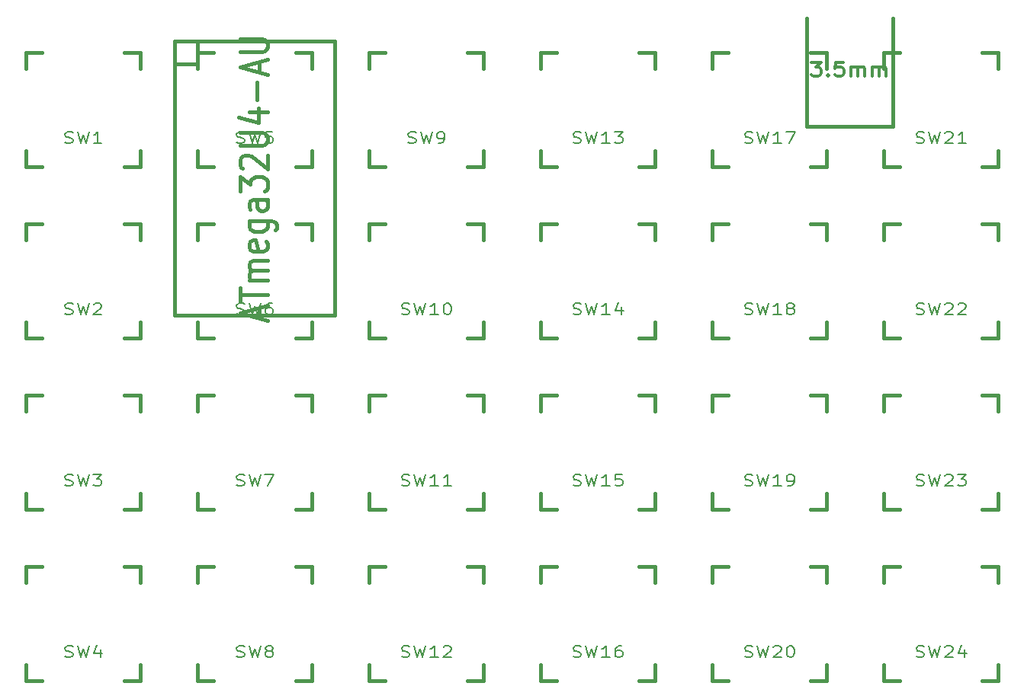
<source format=gbr>
G04 #@! TF.FileFunction,Legend,Top*
%FSLAX46Y46*%
G04 Gerber Fmt 4.6, Leading zero omitted, Abs format (unit mm)*
G04 Created by KiCad (PCBNEW 4.0.2-stable) date 5/31/2016 6:33:24 PM*
%MOMM*%
G01*
G04 APERTURE LIST*
%ADD10C,0.100000*%
%ADD11C,0.381000*%
%ADD12C,0.457200*%
%ADD13C,0.203200*%
%ADD14C,0.304800*%
G04 APERTURE END LIST*
D10*
D11*
X68580000Y-33020000D02*
X50800000Y-33020000D01*
X50800000Y-33020000D02*
X50800000Y-63500000D01*
X50800000Y-63500000D02*
X68580000Y-63500000D01*
X68580000Y-63500000D02*
X68580000Y-33020000D01*
X53340000Y-33020000D02*
X53340000Y-35560000D01*
X53340000Y-35560000D02*
X50800000Y-35560000D01*
X53340000Y-34290000D02*
X55118000Y-34290000D01*
X64262000Y-34290000D02*
X66040000Y-34290000D01*
X66040000Y-34290000D02*
X66040000Y-36068000D01*
X66040000Y-45212000D02*
X66040000Y-46990000D01*
X66040000Y-46990000D02*
X64262000Y-46990000D01*
X55118000Y-46990000D02*
X53340000Y-46990000D01*
X53340000Y-46990000D02*
X53340000Y-45212000D01*
X53340000Y-36068000D02*
X53340000Y-34290000D01*
X34290000Y-34290000D02*
X36068000Y-34290000D01*
X45212000Y-34290000D02*
X46990000Y-34290000D01*
X46990000Y-34290000D02*
X46990000Y-36068000D01*
X46990000Y-45212000D02*
X46990000Y-46990000D01*
X46990000Y-46990000D02*
X45212000Y-46990000D01*
X36068000Y-46990000D02*
X34290000Y-46990000D01*
X34290000Y-46990000D02*
X34290000Y-45212000D01*
X34290000Y-36068000D02*
X34290000Y-34290000D01*
X34290000Y-53340000D02*
X36068000Y-53340000D01*
X45212000Y-53340000D02*
X46990000Y-53340000D01*
X46990000Y-53340000D02*
X46990000Y-55118000D01*
X46990000Y-64262000D02*
X46990000Y-66040000D01*
X46990000Y-66040000D02*
X45212000Y-66040000D01*
X36068000Y-66040000D02*
X34290000Y-66040000D01*
X34290000Y-66040000D02*
X34290000Y-64262000D01*
X34290000Y-55118000D02*
X34290000Y-53340000D01*
X34290000Y-72390000D02*
X36068000Y-72390000D01*
X45212000Y-72390000D02*
X46990000Y-72390000D01*
X46990000Y-72390000D02*
X46990000Y-74168000D01*
X46990000Y-83312000D02*
X46990000Y-85090000D01*
X46990000Y-85090000D02*
X45212000Y-85090000D01*
X36068000Y-85090000D02*
X34290000Y-85090000D01*
X34290000Y-85090000D02*
X34290000Y-83312000D01*
X34290000Y-74168000D02*
X34290000Y-72390000D01*
X34290000Y-91440000D02*
X36068000Y-91440000D01*
X45212000Y-91440000D02*
X46990000Y-91440000D01*
X46990000Y-91440000D02*
X46990000Y-93218000D01*
X46990000Y-102362000D02*
X46990000Y-104140000D01*
X46990000Y-104140000D02*
X45212000Y-104140000D01*
X36068000Y-104140000D02*
X34290000Y-104140000D01*
X34290000Y-104140000D02*
X34290000Y-102362000D01*
X34290000Y-93218000D02*
X34290000Y-91440000D01*
X53340000Y-53340000D02*
X55118000Y-53340000D01*
X64262000Y-53340000D02*
X66040000Y-53340000D01*
X66040000Y-53340000D02*
X66040000Y-55118000D01*
X66040000Y-64262000D02*
X66040000Y-66040000D01*
X66040000Y-66040000D02*
X64262000Y-66040000D01*
X55118000Y-66040000D02*
X53340000Y-66040000D01*
X53340000Y-66040000D02*
X53340000Y-64262000D01*
X53340000Y-55118000D02*
X53340000Y-53340000D01*
X53340000Y-72390000D02*
X55118000Y-72390000D01*
X64262000Y-72390000D02*
X66040000Y-72390000D01*
X66040000Y-72390000D02*
X66040000Y-74168000D01*
X66040000Y-83312000D02*
X66040000Y-85090000D01*
X66040000Y-85090000D02*
X64262000Y-85090000D01*
X55118000Y-85090000D02*
X53340000Y-85090000D01*
X53340000Y-85090000D02*
X53340000Y-83312000D01*
X53340000Y-74168000D02*
X53340000Y-72390000D01*
X53340000Y-91440000D02*
X55118000Y-91440000D01*
X64262000Y-91440000D02*
X66040000Y-91440000D01*
X66040000Y-91440000D02*
X66040000Y-93218000D01*
X66040000Y-102362000D02*
X66040000Y-104140000D01*
X66040000Y-104140000D02*
X64262000Y-104140000D01*
X55118000Y-104140000D02*
X53340000Y-104140000D01*
X53340000Y-104140000D02*
X53340000Y-102362000D01*
X53340000Y-93218000D02*
X53340000Y-91440000D01*
X72390000Y-34290000D02*
X74168000Y-34290000D01*
X83312000Y-34290000D02*
X85090000Y-34290000D01*
X85090000Y-34290000D02*
X85090000Y-36068000D01*
X85090000Y-45212000D02*
X85090000Y-46990000D01*
X85090000Y-46990000D02*
X83312000Y-46990000D01*
X74168000Y-46990000D02*
X72390000Y-46990000D01*
X72390000Y-46990000D02*
X72390000Y-45212000D01*
X72390000Y-36068000D02*
X72390000Y-34290000D01*
X72390000Y-53340000D02*
X74168000Y-53340000D01*
X83312000Y-53340000D02*
X85090000Y-53340000D01*
X85090000Y-53340000D02*
X85090000Y-55118000D01*
X85090000Y-64262000D02*
X85090000Y-66040000D01*
X85090000Y-66040000D02*
X83312000Y-66040000D01*
X74168000Y-66040000D02*
X72390000Y-66040000D01*
X72390000Y-66040000D02*
X72390000Y-64262000D01*
X72390000Y-55118000D02*
X72390000Y-53340000D01*
X72390000Y-72390000D02*
X74168000Y-72390000D01*
X83312000Y-72390000D02*
X85090000Y-72390000D01*
X85090000Y-72390000D02*
X85090000Y-74168000D01*
X85090000Y-83312000D02*
X85090000Y-85090000D01*
X85090000Y-85090000D02*
X83312000Y-85090000D01*
X74168000Y-85090000D02*
X72390000Y-85090000D01*
X72390000Y-85090000D02*
X72390000Y-83312000D01*
X72390000Y-74168000D02*
X72390000Y-72390000D01*
X72390000Y-91440000D02*
X74168000Y-91440000D01*
X83312000Y-91440000D02*
X85090000Y-91440000D01*
X85090000Y-91440000D02*
X85090000Y-93218000D01*
X85090000Y-102362000D02*
X85090000Y-104140000D01*
X85090000Y-104140000D02*
X83312000Y-104140000D01*
X74168000Y-104140000D02*
X72390000Y-104140000D01*
X72390000Y-104140000D02*
X72390000Y-102362000D01*
X72390000Y-93218000D02*
X72390000Y-91440000D01*
X91440000Y-34290000D02*
X93218000Y-34290000D01*
X102362000Y-34290000D02*
X104140000Y-34290000D01*
X104140000Y-34290000D02*
X104140000Y-36068000D01*
X104140000Y-45212000D02*
X104140000Y-46990000D01*
X104140000Y-46990000D02*
X102362000Y-46990000D01*
X93218000Y-46990000D02*
X91440000Y-46990000D01*
X91440000Y-46990000D02*
X91440000Y-45212000D01*
X91440000Y-36068000D02*
X91440000Y-34290000D01*
X91440000Y-53340000D02*
X93218000Y-53340000D01*
X102362000Y-53340000D02*
X104140000Y-53340000D01*
X104140000Y-53340000D02*
X104140000Y-55118000D01*
X104140000Y-64262000D02*
X104140000Y-66040000D01*
X104140000Y-66040000D02*
X102362000Y-66040000D01*
X93218000Y-66040000D02*
X91440000Y-66040000D01*
X91440000Y-66040000D02*
X91440000Y-64262000D01*
X91440000Y-55118000D02*
X91440000Y-53340000D01*
X91440000Y-72390000D02*
X93218000Y-72390000D01*
X102362000Y-72390000D02*
X104140000Y-72390000D01*
X104140000Y-72390000D02*
X104140000Y-74168000D01*
X104140000Y-83312000D02*
X104140000Y-85090000D01*
X104140000Y-85090000D02*
X102362000Y-85090000D01*
X93218000Y-85090000D02*
X91440000Y-85090000D01*
X91440000Y-85090000D02*
X91440000Y-83312000D01*
X91440000Y-74168000D02*
X91440000Y-72390000D01*
X91440000Y-91440000D02*
X93218000Y-91440000D01*
X102362000Y-91440000D02*
X104140000Y-91440000D01*
X104140000Y-91440000D02*
X104140000Y-93218000D01*
X104140000Y-102362000D02*
X104140000Y-104140000D01*
X104140000Y-104140000D02*
X102362000Y-104140000D01*
X93218000Y-104140000D02*
X91440000Y-104140000D01*
X91440000Y-104140000D02*
X91440000Y-102362000D01*
X91440000Y-93218000D02*
X91440000Y-91440000D01*
X110490000Y-34290000D02*
X112268000Y-34290000D01*
X121412000Y-34290000D02*
X123190000Y-34290000D01*
X123190000Y-34290000D02*
X123190000Y-36068000D01*
X123190000Y-45212000D02*
X123190000Y-46990000D01*
X123190000Y-46990000D02*
X121412000Y-46990000D01*
X112268000Y-46990000D02*
X110490000Y-46990000D01*
X110490000Y-46990000D02*
X110490000Y-45212000D01*
X110490000Y-36068000D02*
X110490000Y-34290000D01*
X110490000Y-53340000D02*
X112268000Y-53340000D01*
X121412000Y-53340000D02*
X123190000Y-53340000D01*
X123190000Y-53340000D02*
X123190000Y-55118000D01*
X123190000Y-64262000D02*
X123190000Y-66040000D01*
X123190000Y-66040000D02*
X121412000Y-66040000D01*
X112268000Y-66040000D02*
X110490000Y-66040000D01*
X110490000Y-66040000D02*
X110490000Y-64262000D01*
X110490000Y-55118000D02*
X110490000Y-53340000D01*
X110490000Y-72390000D02*
X112268000Y-72390000D01*
X121412000Y-72390000D02*
X123190000Y-72390000D01*
X123190000Y-72390000D02*
X123190000Y-74168000D01*
X123190000Y-83312000D02*
X123190000Y-85090000D01*
X123190000Y-85090000D02*
X121412000Y-85090000D01*
X112268000Y-85090000D02*
X110490000Y-85090000D01*
X110490000Y-85090000D02*
X110490000Y-83312000D01*
X110490000Y-74168000D02*
X110490000Y-72390000D01*
X110490000Y-91440000D02*
X112268000Y-91440000D01*
X121412000Y-91440000D02*
X123190000Y-91440000D01*
X123190000Y-91440000D02*
X123190000Y-93218000D01*
X123190000Y-102362000D02*
X123190000Y-104140000D01*
X123190000Y-104140000D02*
X121412000Y-104140000D01*
X112268000Y-104140000D02*
X110490000Y-104140000D01*
X110490000Y-104140000D02*
X110490000Y-102362000D01*
X110490000Y-93218000D02*
X110490000Y-91440000D01*
X129540000Y-34290000D02*
X131318000Y-34290000D01*
X140462000Y-34290000D02*
X142240000Y-34290000D01*
X142240000Y-34290000D02*
X142240000Y-36068000D01*
X142240000Y-45212000D02*
X142240000Y-46990000D01*
X142240000Y-46990000D02*
X140462000Y-46990000D01*
X131318000Y-46990000D02*
X129540000Y-46990000D01*
X129540000Y-46990000D02*
X129540000Y-45212000D01*
X129540000Y-36068000D02*
X129540000Y-34290000D01*
X129540000Y-53340000D02*
X131318000Y-53340000D01*
X140462000Y-53340000D02*
X142240000Y-53340000D01*
X142240000Y-53340000D02*
X142240000Y-55118000D01*
X142240000Y-64262000D02*
X142240000Y-66040000D01*
X142240000Y-66040000D02*
X140462000Y-66040000D01*
X131318000Y-66040000D02*
X129540000Y-66040000D01*
X129540000Y-66040000D02*
X129540000Y-64262000D01*
X129540000Y-55118000D02*
X129540000Y-53340000D01*
X129540000Y-72390000D02*
X131318000Y-72390000D01*
X140462000Y-72390000D02*
X142240000Y-72390000D01*
X142240000Y-72390000D02*
X142240000Y-74168000D01*
X142240000Y-83312000D02*
X142240000Y-85090000D01*
X142240000Y-85090000D02*
X140462000Y-85090000D01*
X131318000Y-85090000D02*
X129540000Y-85090000D01*
X129540000Y-85090000D02*
X129540000Y-83312000D01*
X129540000Y-74168000D02*
X129540000Y-72390000D01*
X129540000Y-91440000D02*
X131318000Y-91440000D01*
X140462000Y-91440000D02*
X142240000Y-91440000D01*
X142240000Y-91440000D02*
X142240000Y-93218000D01*
X142240000Y-102362000D02*
X142240000Y-104140000D01*
X142240000Y-104140000D02*
X140462000Y-104140000D01*
X131318000Y-104140000D02*
X129540000Y-104140000D01*
X129540000Y-104140000D02*
X129540000Y-102362000D01*
X129540000Y-93218000D02*
X129540000Y-91440000D01*
X120929400Y-30480000D02*
X120929400Y-42545000D01*
X120929400Y-42545000D02*
X130530600Y-42545000D01*
X130530600Y-42545000D02*
X130530600Y-30480000D01*
D12*
X60198000Y-63862857D02*
X60198000Y-62653334D01*
X61068857Y-64104762D02*
X58020857Y-63258096D01*
X61068857Y-62411429D01*
X58020857Y-61927619D02*
X58020857Y-60476191D01*
X61068857Y-61201905D02*
X58020857Y-61201905D01*
X61068857Y-59629524D02*
X59036857Y-59629524D01*
X59327143Y-59629524D02*
X59182000Y-59508572D01*
X59036857Y-59266667D01*
X59036857Y-58903810D01*
X59182000Y-58661905D01*
X59472286Y-58540953D01*
X61068857Y-58540953D01*
X59472286Y-58540953D02*
X59182000Y-58420000D01*
X59036857Y-58178096D01*
X59036857Y-57815238D01*
X59182000Y-57573334D01*
X59472286Y-57452381D01*
X61068857Y-57452381D01*
X60923714Y-55275238D02*
X61068857Y-55517143D01*
X61068857Y-56000952D01*
X60923714Y-56242857D01*
X60633429Y-56363809D01*
X59472286Y-56363809D01*
X59182000Y-56242857D01*
X59036857Y-56000952D01*
X59036857Y-55517143D01*
X59182000Y-55275238D01*
X59472286Y-55154286D01*
X59762571Y-55154286D01*
X60052857Y-56363809D01*
X59036857Y-52977143D02*
X61504286Y-52977143D01*
X61794571Y-53098095D01*
X61939714Y-53219047D01*
X62084857Y-53460952D01*
X62084857Y-53823809D01*
X61939714Y-54065714D01*
X60923714Y-52977143D02*
X61068857Y-53219047D01*
X61068857Y-53702857D01*
X60923714Y-53944762D01*
X60778571Y-54065714D01*
X60488286Y-54186666D01*
X59617429Y-54186666D01*
X59327143Y-54065714D01*
X59182000Y-53944762D01*
X59036857Y-53702857D01*
X59036857Y-53219047D01*
X59182000Y-52977143D01*
X61068857Y-50679048D02*
X59472286Y-50679048D01*
X59182000Y-50800000D01*
X59036857Y-51041905D01*
X59036857Y-51525714D01*
X59182000Y-51767619D01*
X60923714Y-50679048D02*
X61068857Y-50920952D01*
X61068857Y-51525714D01*
X60923714Y-51767619D01*
X60633429Y-51888571D01*
X60343143Y-51888571D01*
X60052857Y-51767619D01*
X59907714Y-51525714D01*
X59907714Y-50920952D01*
X59762571Y-50679048D01*
X58020857Y-49711429D02*
X58020857Y-48139048D01*
X59182000Y-48985715D01*
X59182000Y-48622857D01*
X59327143Y-48380953D01*
X59472286Y-48260000D01*
X59762571Y-48139048D01*
X60488286Y-48139048D01*
X60778571Y-48260000D01*
X60923714Y-48380953D01*
X61068857Y-48622857D01*
X61068857Y-49348572D01*
X60923714Y-49590476D01*
X60778571Y-49711429D01*
X58311143Y-47171428D02*
X58166000Y-47050476D01*
X58020857Y-46808571D01*
X58020857Y-46203809D01*
X58166000Y-45961905D01*
X58311143Y-45840952D01*
X58601429Y-45720000D01*
X58891714Y-45720000D01*
X59327143Y-45840952D01*
X61068857Y-47292381D01*
X61068857Y-45720000D01*
X58020857Y-44631428D02*
X60488286Y-44631428D01*
X60778571Y-44510476D01*
X60923714Y-44389523D01*
X61068857Y-44147619D01*
X61068857Y-43663809D01*
X60923714Y-43421904D01*
X60778571Y-43300952D01*
X60488286Y-43180000D01*
X58020857Y-43180000D01*
X59036857Y-40881905D02*
X61068857Y-40881905D01*
X57875714Y-41486667D02*
X60052857Y-42091428D01*
X60052857Y-40519048D01*
X59907714Y-39551428D02*
X59907714Y-37616190D01*
X60198000Y-36527618D02*
X60198000Y-35318095D01*
X61068857Y-36769523D02*
X58020857Y-35922857D01*
X61068857Y-35076190D01*
X58020857Y-34229523D02*
X60488286Y-34229523D01*
X60778571Y-34108571D01*
X60923714Y-33987618D01*
X61068857Y-33745714D01*
X61068857Y-33261904D01*
X60923714Y-33019999D01*
X60778571Y-32899047D01*
X60488286Y-32778095D01*
X58020857Y-32778095D01*
D13*
X57658000Y-44329048D02*
X57875714Y-44389524D01*
X58238571Y-44389524D01*
X58383714Y-44329048D01*
X58456285Y-44268571D01*
X58528857Y-44147619D01*
X58528857Y-44026667D01*
X58456285Y-43905714D01*
X58383714Y-43845238D01*
X58238571Y-43784762D01*
X57948285Y-43724286D01*
X57803143Y-43663810D01*
X57730571Y-43603333D01*
X57658000Y-43482381D01*
X57658000Y-43361429D01*
X57730571Y-43240476D01*
X57803143Y-43180000D01*
X57948285Y-43119524D01*
X58311143Y-43119524D01*
X58528857Y-43180000D01*
X59036857Y-43119524D02*
X59399714Y-44389524D01*
X59690000Y-43482381D01*
X59980286Y-44389524D01*
X60343143Y-43119524D01*
X61649428Y-43119524D02*
X60923714Y-43119524D01*
X60851143Y-43724286D01*
X60923714Y-43663810D01*
X61068857Y-43603333D01*
X61431714Y-43603333D01*
X61576857Y-43663810D01*
X61649428Y-43724286D01*
X61722000Y-43845238D01*
X61722000Y-44147619D01*
X61649428Y-44268571D01*
X61576857Y-44329048D01*
X61431714Y-44389524D01*
X61068857Y-44389524D01*
X60923714Y-44329048D01*
X60851143Y-44268571D01*
X38608000Y-44329048D02*
X38825714Y-44389524D01*
X39188571Y-44389524D01*
X39333714Y-44329048D01*
X39406285Y-44268571D01*
X39478857Y-44147619D01*
X39478857Y-44026667D01*
X39406285Y-43905714D01*
X39333714Y-43845238D01*
X39188571Y-43784762D01*
X38898285Y-43724286D01*
X38753143Y-43663810D01*
X38680571Y-43603333D01*
X38608000Y-43482381D01*
X38608000Y-43361429D01*
X38680571Y-43240476D01*
X38753143Y-43180000D01*
X38898285Y-43119524D01*
X39261143Y-43119524D01*
X39478857Y-43180000D01*
X39986857Y-43119524D02*
X40349714Y-44389524D01*
X40640000Y-43482381D01*
X40930286Y-44389524D01*
X41293143Y-43119524D01*
X42672000Y-44389524D02*
X41801143Y-44389524D01*
X42236571Y-44389524D02*
X42236571Y-43119524D01*
X42091428Y-43300952D01*
X41946286Y-43421905D01*
X41801143Y-43482381D01*
X38608000Y-63379048D02*
X38825714Y-63439524D01*
X39188571Y-63439524D01*
X39333714Y-63379048D01*
X39406285Y-63318571D01*
X39478857Y-63197619D01*
X39478857Y-63076667D01*
X39406285Y-62955714D01*
X39333714Y-62895238D01*
X39188571Y-62834762D01*
X38898285Y-62774286D01*
X38753143Y-62713810D01*
X38680571Y-62653333D01*
X38608000Y-62532381D01*
X38608000Y-62411429D01*
X38680571Y-62290476D01*
X38753143Y-62230000D01*
X38898285Y-62169524D01*
X39261143Y-62169524D01*
X39478857Y-62230000D01*
X39986857Y-62169524D02*
X40349714Y-63439524D01*
X40640000Y-62532381D01*
X40930286Y-63439524D01*
X41293143Y-62169524D01*
X41801143Y-62290476D02*
X41873714Y-62230000D01*
X42018857Y-62169524D01*
X42381714Y-62169524D01*
X42526857Y-62230000D01*
X42599428Y-62290476D01*
X42672000Y-62411429D01*
X42672000Y-62532381D01*
X42599428Y-62713810D01*
X41728571Y-63439524D01*
X42672000Y-63439524D01*
X38608000Y-82429048D02*
X38825714Y-82489524D01*
X39188571Y-82489524D01*
X39333714Y-82429048D01*
X39406285Y-82368571D01*
X39478857Y-82247619D01*
X39478857Y-82126667D01*
X39406285Y-82005714D01*
X39333714Y-81945238D01*
X39188571Y-81884762D01*
X38898285Y-81824286D01*
X38753143Y-81763810D01*
X38680571Y-81703333D01*
X38608000Y-81582381D01*
X38608000Y-81461429D01*
X38680571Y-81340476D01*
X38753143Y-81280000D01*
X38898285Y-81219524D01*
X39261143Y-81219524D01*
X39478857Y-81280000D01*
X39986857Y-81219524D02*
X40349714Y-82489524D01*
X40640000Y-81582381D01*
X40930286Y-82489524D01*
X41293143Y-81219524D01*
X41728571Y-81219524D02*
X42672000Y-81219524D01*
X42164000Y-81703333D01*
X42381714Y-81703333D01*
X42526857Y-81763810D01*
X42599428Y-81824286D01*
X42672000Y-81945238D01*
X42672000Y-82247619D01*
X42599428Y-82368571D01*
X42526857Y-82429048D01*
X42381714Y-82489524D01*
X41946286Y-82489524D01*
X41801143Y-82429048D01*
X41728571Y-82368571D01*
X38608000Y-101479048D02*
X38825714Y-101539524D01*
X39188571Y-101539524D01*
X39333714Y-101479048D01*
X39406285Y-101418571D01*
X39478857Y-101297619D01*
X39478857Y-101176667D01*
X39406285Y-101055714D01*
X39333714Y-100995238D01*
X39188571Y-100934762D01*
X38898285Y-100874286D01*
X38753143Y-100813810D01*
X38680571Y-100753333D01*
X38608000Y-100632381D01*
X38608000Y-100511429D01*
X38680571Y-100390476D01*
X38753143Y-100330000D01*
X38898285Y-100269524D01*
X39261143Y-100269524D01*
X39478857Y-100330000D01*
X39986857Y-100269524D02*
X40349714Y-101539524D01*
X40640000Y-100632381D01*
X40930286Y-101539524D01*
X41293143Y-100269524D01*
X42526857Y-100692857D02*
X42526857Y-101539524D01*
X42164000Y-100209048D02*
X41801143Y-101116190D01*
X42744571Y-101116190D01*
X57658000Y-63379048D02*
X57875714Y-63439524D01*
X58238571Y-63439524D01*
X58383714Y-63379048D01*
X58456285Y-63318571D01*
X58528857Y-63197619D01*
X58528857Y-63076667D01*
X58456285Y-62955714D01*
X58383714Y-62895238D01*
X58238571Y-62834762D01*
X57948285Y-62774286D01*
X57803143Y-62713810D01*
X57730571Y-62653333D01*
X57658000Y-62532381D01*
X57658000Y-62411429D01*
X57730571Y-62290476D01*
X57803143Y-62230000D01*
X57948285Y-62169524D01*
X58311143Y-62169524D01*
X58528857Y-62230000D01*
X59036857Y-62169524D02*
X59399714Y-63439524D01*
X59690000Y-62532381D01*
X59980286Y-63439524D01*
X60343143Y-62169524D01*
X61576857Y-62169524D02*
X61286571Y-62169524D01*
X61141428Y-62230000D01*
X61068857Y-62290476D01*
X60923714Y-62471905D01*
X60851143Y-62713810D01*
X60851143Y-63197619D01*
X60923714Y-63318571D01*
X60996286Y-63379048D01*
X61141428Y-63439524D01*
X61431714Y-63439524D01*
X61576857Y-63379048D01*
X61649428Y-63318571D01*
X61722000Y-63197619D01*
X61722000Y-62895238D01*
X61649428Y-62774286D01*
X61576857Y-62713810D01*
X61431714Y-62653333D01*
X61141428Y-62653333D01*
X60996286Y-62713810D01*
X60923714Y-62774286D01*
X60851143Y-62895238D01*
X57658000Y-82429048D02*
X57875714Y-82489524D01*
X58238571Y-82489524D01*
X58383714Y-82429048D01*
X58456285Y-82368571D01*
X58528857Y-82247619D01*
X58528857Y-82126667D01*
X58456285Y-82005714D01*
X58383714Y-81945238D01*
X58238571Y-81884762D01*
X57948285Y-81824286D01*
X57803143Y-81763810D01*
X57730571Y-81703333D01*
X57658000Y-81582381D01*
X57658000Y-81461429D01*
X57730571Y-81340476D01*
X57803143Y-81280000D01*
X57948285Y-81219524D01*
X58311143Y-81219524D01*
X58528857Y-81280000D01*
X59036857Y-81219524D02*
X59399714Y-82489524D01*
X59690000Y-81582381D01*
X59980286Y-82489524D01*
X60343143Y-81219524D01*
X60778571Y-81219524D02*
X61794571Y-81219524D01*
X61141428Y-82489524D01*
X57658000Y-101479048D02*
X57875714Y-101539524D01*
X58238571Y-101539524D01*
X58383714Y-101479048D01*
X58456285Y-101418571D01*
X58528857Y-101297619D01*
X58528857Y-101176667D01*
X58456285Y-101055714D01*
X58383714Y-100995238D01*
X58238571Y-100934762D01*
X57948285Y-100874286D01*
X57803143Y-100813810D01*
X57730571Y-100753333D01*
X57658000Y-100632381D01*
X57658000Y-100511429D01*
X57730571Y-100390476D01*
X57803143Y-100330000D01*
X57948285Y-100269524D01*
X58311143Y-100269524D01*
X58528857Y-100330000D01*
X59036857Y-100269524D02*
X59399714Y-101539524D01*
X59690000Y-100632381D01*
X59980286Y-101539524D01*
X60343143Y-100269524D01*
X61141428Y-100813810D02*
X60996286Y-100753333D01*
X60923714Y-100692857D01*
X60851143Y-100571905D01*
X60851143Y-100511429D01*
X60923714Y-100390476D01*
X60996286Y-100330000D01*
X61141428Y-100269524D01*
X61431714Y-100269524D01*
X61576857Y-100330000D01*
X61649428Y-100390476D01*
X61722000Y-100511429D01*
X61722000Y-100571905D01*
X61649428Y-100692857D01*
X61576857Y-100753333D01*
X61431714Y-100813810D01*
X61141428Y-100813810D01*
X60996286Y-100874286D01*
X60923714Y-100934762D01*
X60851143Y-101055714D01*
X60851143Y-101297619D01*
X60923714Y-101418571D01*
X60996286Y-101479048D01*
X61141428Y-101539524D01*
X61431714Y-101539524D01*
X61576857Y-101479048D01*
X61649428Y-101418571D01*
X61722000Y-101297619D01*
X61722000Y-101055714D01*
X61649428Y-100934762D01*
X61576857Y-100874286D01*
X61431714Y-100813810D01*
X76708000Y-44329048D02*
X76925714Y-44389524D01*
X77288571Y-44389524D01*
X77433714Y-44329048D01*
X77506285Y-44268571D01*
X77578857Y-44147619D01*
X77578857Y-44026667D01*
X77506285Y-43905714D01*
X77433714Y-43845238D01*
X77288571Y-43784762D01*
X76998285Y-43724286D01*
X76853143Y-43663810D01*
X76780571Y-43603333D01*
X76708000Y-43482381D01*
X76708000Y-43361429D01*
X76780571Y-43240476D01*
X76853143Y-43180000D01*
X76998285Y-43119524D01*
X77361143Y-43119524D01*
X77578857Y-43180000D01*
X78086857Y-43119524D02*
X78449714Y-44389524D01*
X78740000Y-43482381D01*
X79030286Y-44389524D01*
X79393143Y-43119524D01*
X80046286Y-44389524D02*
X80336571Y-44389524D01*
X80481714Y-44329048D01*
X80554286Y-44268571D01*
X80699428Y-44087143D01*
X80772000Y-43845238D01*
X80772000Y-43361429D01*
X80699428Y-43240476D01*
X80626857Y-43180000D01*
X80481714Y-43119524D01*
X80191428Y-43119524D01*
X80046286Y-43180000D01*
X79973714Y-43240476D01*
X79901143Y-43361429D01*
X79901143Y-43663810D01*
X79973714Y-43784762D01*
X80046286Y-43845238D01*
X80191428Y-43905714D01*
X80481714Y-43905714D01*
X80626857Y-43845238D01*
X80699428Y-43784762D01*
X80772000Y-43663810D01*
X75982286Y-63379048D02*
X76200000Y-63439524D01*
X76562857Y-63439524D01*
X76708000Y-63379048D01*
X76780571Y-63318571D01*
X76853143Y-63197619D01*
X76853143Y-63076667D01*
X76780571Y-62955714D01*
X76708000Y-62895238D01*
X76562857Y-62834762D01*
X76272571Y-62774286D01*
X76127429Y-62713810D01*
X76054857Y-62653333D01*
X75982286Y-62532381D01*
X75982286Y-62411429D01*
X76054857Y-62290476D01*
X76127429Y-62230000D01*
X76272571Y-62169524D01*
X76635429Y-62169524D01*
X76853143Y-62230000D01*
X77361143Y-62169524D02*
X77724000Y-63439524D01*
X78014286Y-62532381D01*
X78304572Y-63439524D01*
X78667429Y-62169524D01*
X80046286Y-63439524D02*
X79175429Y-63439524D01*
X79610857Y-63439524D02*
X79610857Y-62169524D01*
X79465714Y-62350952D01*
X79320572Y-62471905D01*
X79175429Y-62532381D01*
X80989715Y-62169524D02*
X81134858Y-62169524D01*
X81280001Y-62230000D01*
X81352572Y-62290476D01*
X81425143Y-62411429D01*
X81497715Y-62653333D01*
X81497715Y-62955714D01*
X81425143Y-63197619D01*
X81352572Y-63318571D01*
X81280001Y-63379048D01*
X81134858Y-63439524D01*
X80989715Y-63439524D01*
X80844572Y-63379048D01*
X80772001Y-63318571D01*
X80699429Y-63197619D01*
X80626858Y-62955714D01*
X80626858Y-62653333D01*
X80699429Y-62411429D01*
X80772001Y-62290476D01*
X80844572Y-62230000D01*
X80989715Y-62169524D01*
X75982286Y-82429048D02*
X76200000Y-82489524D01*
X76562857Y-82489524D01*
X76708000Y-82429048D01*
X76780571Y-82368571D01*
X76853143Y-82247619D01*
X76853143Y-82126667D01*
X76780571Y-82005714D01*
X76708000Y-81945238D01*
X76562857Y-81884762D01*
X76272571Y-81824286D01*
X76127429Y-81763810D01*
X76054857Y-81703333D01*
X75982286Y-81582381D01*
X75982286Y-81461429D01*
X76054857Y-81340476D01*
X76127429Y-81280000D01*
X76272571Y-81219524D01*
X76635429Y-81219524D01*
X76853143Y-81280000D01*
X77361143Y-81219524D02*
X77724000Y-82489524D01*
X78014286Y-81582381D01*
X78304572Y-82489524D01*
X78667429Y-81219524D01*
X80046286Y-82489524D02*
X79175429Y-82489524D01*
X79610857Y-82489524D02*
X79610857Y-81219524D01*
X79465714Y-81400952D01*
X79320572Y-81521905D01*
X79175429Y-81582381D01*
X81497715Y-82489524D02*
X80626858Y-82489524D01*
X81062286Y-82489524D02*
X81062286Y-81219524D01*
X80917143Y-81400952D01*
X80772001Y-81521905D01*
X80626858Y-81582381D01*
X75982286Y-101479048D02*
X76200000Y-101539524D01*
X76562857Y-101539524D01*
X76708000Y-101479048D01*
X76780571Y-101418571D01*
X76853143Y-101297619D01*
X76853143Y-101176667D01*
X76780571Y-101055714D01*
X76708000Y-100995238D01*
X76562857Y-100934762D01*
X76272571Y-100874286D01*
X76127429Y-100813810D01*
X76054857Y-100753333D01*
X75982286Y-100632381D01*
X75982286Y-100511429D01*
X76054857Y-100390476D01*
X76127429Y-100330000D01*
X76272571Y-100269524D01*
X76635429Y-100269524D01*
X76853143Y-100330000D01*
X77361143Y-100269524D02*
X77724000Y-101539524D01*
X78014286Y-100632381D01*
X78304572Y-101539524D01*
X78667429Y-100269524D01*
X80046286Y-101539524D02*
X79175429Y-101539524D01*
X79610857Y-101539524D02*
X79610857Y-100269524D01*
X79465714Y-100450952D01*
X79320572Y-100571905D01*
X79175429Y-100632381D01*
X80626858Y-100390476D02*
X80699429Y-100330000D01*
X80844572Y-100269524D01*
X81207429Y-100269524D01*
X81352572Y-100330000D01*
X81425143Y-100390476D01*
X81497715Y-100511429D01*
X81497715Y-100632381D01*
X81425143Y-100813810D01*
X80554286Y-101539524D01*
X81497715Y-101539524D01*
X95032286Y-44329048D02*
X95250000Y-44389524D01*
X95612857Y-44389524D01*
X95758000Y-44329048D01*
X95830571Y-44268571D01*
X95903143Y-44147619D01*
X95903143Y-44026667D01*
X95830571Y-43905714D01*
X95758000Y-43845238D01*
X95612857Y-43784762D01*
X95322571Y-43724286D01*
X95177429Y-43663810D01*
X95104857Y-43603333D01*
X95032286Y-43482381D01*
X95032286Y-43361429D01*
X95104857Y-43240476D01*
X95177429Y-43180000D01*
X95322571Y-43119524D01*
X95685429Y-43119524D01*
X95903143Y-43180000D01*
X96411143Y-43119524D02*
X96774000Y-44389524D01*
X97064286Y-43482381D01*
X97354572Y-44389524D01*
X97717429Y-43119524D01*
X99096286Y-44389524D02*
X98225429Y-44389524D01*
X98660857Y-44389524D02*
X98660857Y-43119524D01*
X98515714Y-43300952D01*
X98370572Y-43421905D01*
X98225429Y-43482381D01*
X99604286Y-43119524D02*
X100547715Y-43119524D01*
X100039715Y-43603333D01*
X100257429Y-43603333D01*
X100402572Y-43663810D01*
X100475143Y-43724286D01*
X100547715Y-43845238D01*
X100547715Y-44147619D01*
X100475143Y-44268571D01*
X100402572Y-44329048D01*
X100257429Y-44389524D01*
X99822001Y-44389524D01*
X99676858Y-44329048D01*
X99604286Y-44268571D01*
X95032286Y-63379048D02*
X95250000Y-63439524D01*
X95612857Y-63439524D01*
X95758000Y-63379048D01*
X95830571Y-63318571D01*
X95903143Y-63197619D01*
X95903143Y-63076667D01*
X95830571Y-62955714D01*
X95758000Y-62895238D01*
X95612857Y-62834762D01*
X95322571Y-62774286D01*
X95177429Y-62713810D01*
X95104857Y-62653333D01*
X95032286Y-62532381D01*
X95032286Y-62411429D01*
X95104857Y-62290476D01*
X95177429Y-62230000D01*
X95322571Y-62169524D01*
X95685429Y-62169524D01*
X95903143Y-62230000D01*
X96411143Y-62169524D02*
X96774000Y-63439524D01*
X97064286Y-62532381D01*
X97354572Y-63439524D01*
X97717429Y-62169524D01*
X99096286Y-63439524D02*
X98225429Y-63439524D01*
X98660857Y-63439524D02*
X98660857Y-62169524D01*
X98515714Y-62350952D01*
X98370572Y-62471905D01*
X98225429Y-62532381D01*
X100402572Y-62592857D02*
X100402572Y-63439524D01*
X100039715Y-62109048D02*
X99676858Y-63016190D01*
X100620286Y-63016190D01*
X95032286Y-82429048D02*
X95250000Y-82489524D01*
X95612857Y-82489524D01*
X95758000Y-82429048D01*
X95830571Y-82368571D01*
X95903143Y-82247619D01*
X95903143Y-82126667D01*
X95830571Y-82005714D01*
X95758000Y-81945238D01*
X95612857Y-81884762D01*
X95322571Y-81824286D01*
X95177429Y-81763810D01*
X95104857Y-81703333D01*
X95032286Y-81582381D01*
X95032286Y-81461429D01*
X95104857Y-81340476D01*
X95177429Y-81280000D01*
X95322571Y-81219524D01*
X95685429Y-81219524D01*
X95903143Y-81280000D01*
X96411143Y-81219524D02*
X96774000Y-82489524D01*
X97064286Y-81582381D01*
X97354572Y-82489524D01*
X97717429Y-81219524D01*
X99096286Y-82489524D02*
X98225429Y-82489524D01*
X98660857Y-82489524D02*
X98660857Y-81219524D01*
X98515714Y-81400952D01*
X98370572Y-81521905D01*
X98225429Y-81582381D01*
X100475143Y-81219524D02*
X99749429Y-81219524D01*
X99676858Y-81824286D01*
X99749429Y-81763810D01*
X99894572Y-81703333D01*
X100257429Y-81703333D01*
X100402572Y-81763810D01*
X100475143Y-81824286D01*
X100547715Y-81945238D01*
X100547715Y-82247619D01*
X100475143Y-82368571D01*
X100402572Y-82429048D01*
X100257429Y-82489524D01*
X99894572Y-82489524D01*
X99749429Y-82429048D01*
X99676858Y-82368571D01*
X95032286Y-101479048D02*
X95250000Y-101539524D01*
X95612857Y-101539524D01*
X95758000Y-101479048D01*
X95830571Y-101418571D01*
X95903143Y-101297619D01*
X95903143Y-101176667D01*
X95830571Y-101055714D01*
X95758000Y-100995238D01*
X95612857Y-100934762D01*
X95322571Y-100874286D01*
X95177429Y-100813810D01*
X95104857Y-100753333D01*
X95032286Y-100632381D01*
X95032286Y-100511429D01*
X95104857Y-100390476D01*
X95177429Y-100330000D01*
X95322571Y-100269524D01*
X95685429Y-100269524D01*
X95903143Y-100330000D01*
X96411143Y-100269524D02*
X96774000Y-101539524D01*
X97064286Y-100632381D01*
X97354572Y-101539524D01*
X97717429Y-100269524D01*
X99096286Y-101539524D02*
X98225429Y-101539524D01*
X98660857Y-101539524D02*
X98660857Y-100269524D01*
X98515714Y-100450952D01*
X98370572Y-100571905D01*
X98225429Y-100632381D01*
X100402572Y-100269524D02*
X100112286Y-100269524D01*
X99967143Y-100330000D01*
X99894572Y-100390476D01*
X99749429Y-100571905D01*
X99676858Y-100813810D01*
X99676858Y-101297619D01*
X99749429Y-101418571D01*
X99822001Y-101479048D01*
X99967143Y-101539524D01*
X100257429Y-101539524D01*
X100402572Y-101479048D01*
X100475143Y-101418571D01*
X100547715Y-101297619D01*
X100547715Y-100995238D01*
X100475143Y-100874286D01*
X100402572Y-100813810D01*
X100257429Y-100753333D01*
X99967143Y-100753333D01*
X99822001Y-100813810D01*
X99749429Y-100874286D01*
X99676858Y-100995238D01*
X114082286Y-44329048D02*
X114300000Y-44389524D01*
X114662857Y-44389524D01*
X114808000Y-44329048D01*
X114880571Y-44268571D01*
X114953143Y-44147619D01*
X114953143Y-44026667D01*
X114880571Y-43905714D01*
X114808000Y-43845238D01*
X114662857Y-43784762D01*
X114372571Y-43724286D01*
X114227429Y-43663810D01*
X114154857Y-43603333D01*
X114082286Y-43482381D01*
X114082286Y-43361429D01*
X114154857Y-43240476D01*
X114227429Y-43180000D01*
X114372571Y-43119524D01*
X114735429Y-43119524D01*
X114953143Y-43180000D01*
X115461143Y-43119524D02*
X115824000Y-44389524D01*
X116114286Y-43482381D01*
X116404572Y-44389524D01*
X116767429Y-43119524D01*
X118146286Y-44389524D02*
X117275429Y-44389524D01*
X117710857Y-44389524D02*
X117710857Y-43119524D01*
X117565714Y-43300952D01*
X117420572Y-43421905D01*
X117275429Y-43482381D01*
X118654286Y-43119524D02*
X119670286Y-43119524D01*
X119017143Y-44389524D01*
X114082286Y-63379048D02*
X114300000Y-63439524D01*
X114662857Y-63439524D01*
X114808000Y-63379048D01*
X114880571Y-63318571D01*
X114953143Y-63197619D01*
X114953143Y-63076667D01*
X114880571Y-62955714D01*
X114808000Y-62895238D01*
X114662857Y-62834762D01*
X114372571Y-62774286D01*
X114227429Y-62713810D01*
X114154857Y-62653333D01*
X114082286Y-62532381D01*
X114082286Y-62411429D01*
X114154857Y-62290476D01*
X114227429Y-62230000D01*
X114372571Y-62169524D01*
X114735429Y-62169524D01*
X114953143Y-62230000D01*
X115461143Y-62169524D02*
X115824000Y-63439524D01*
X116114286Y-62532381D01*
X116404572Y-63439524D01*
X116767429Y-62169524D01*
X118146286Y-63439524D02*
X117275429Y-63439524D01*
X117710857Y-63439524D02*
X117710857Y-62169524D01*
X117565714Y-62350952D01*
X117420572Y-62471905D01*
X117275429Y-62532381D01*
X119017143Y-62713810D02*
X118872001Y-62653333D01*
X118799429Y-62592857D01*
X118726858Y-62471905D01*
X118726858Y-62411429D01*
X118799429Y-62290476D01*
X118872001Y-62230000D01*
X119017143Y-62169524D01*
X119307429Y-62169524D01*
X119452572Y-62230000D01*
X119525143Y-62290476D01*
X119597715Y-62411429D01*
X119597715Y-62471905D01*
X119525143Y-62592857D01*
X119452572Y-62653333D01*
X119307429Y-62713810D01*
X119017143Y-62713810D01*
X118872001Y-62774286D01*
X118799429Y-62834762D01*
X118726858Y-62955714D01*
X118726858Y-63197619D01*
X118799429Y-63318571D01*
X118872001Y-63379048D01*
X119017143Y-63439524D01*
X119307429Y-63439524D01*
X119452572Y-63379048D01*
X119525143Y-63318571D01*
X119597715Y-63197619D01*
X119597715Y-62955714D01*
X119525143Y-62834762D01*
X119452572Y-62774286D01*
X119307429Y-62713810D01*
X114082286Y-82429048D02*
X114300000Y-82489524D01*
X114662857Y-82489524D01*
X114808000Y-82429048D01*
X114880571Y-82368571D01*
X114953143Y-82247619D01*
X114953143Y-82126667D01*
X114880571Y-82005714D01*
X114808000Y-81945238D01*
X114662857Y-81884762D01*
X114372571Y-81824286D01*
X114227429Y-81763810D01*
X114154857Y-81703333D01*
X114082286Y-81582381D01*
X114082286Y-81461429D01*
X114154857Y-81340476D01*
X114227429Y-81280000D01*
X114372571Y-81219524D01*
X114735429Y-81219524D01*
X114953143Y-81280000D01*
X115461143Y-81219524D02*
X115824000Y-82489524D01*
X116114286Y-81582381D01*
X116404572Y-82489524D01*
X116767429Y-81219524D01*
X118146286Y-82489524D02*
X117275429Y-82489524D01*
X117710857Y-82489524D02*
X117710857Y-81219524D01*
X117565714Y-81400952D01*
X117420572Y-81521905D01*
X117275429Y-81582381D01*
X118872001Y-82489524D02*
X119162286Y-82489524D01*
X119307429Y-82429048D01*
X119380001Y-82368571D01*
X119525143Y-82187143D01*
X119597715Y-81945238D01*
X119597715Y-81461429D01*
X119525143Y-81340476D01*
X119452572Y-81280000D01*
X119307429Y-81219524D01*
X119017143Y-81219524D01*
X118872001Y-81280000D01*
X118799429Y-81340476D01*
X118726858Y-81461429D01*
X118726858Y-81763810D01*
X118799429Y-81884762D01*
X118872001Y-81945238D01*
X119017143Y-82005714D01*
X119307429Y-82005714D01*
X119452572Y-81945238D01*
X119525143Y-81884762D01*
X119597715Y-81763810D01*
X114082286Y-101479048D02*
X114300000Y-101539524D01*
X114662857Y-101539524D01*
X114808000Y-101479048D01*
X114880571Y-101418571D01*
X114953143Y-101297619D01*
X114953143Y-101176667D01*
X114880571Y-101055714D01*
X114808000Y-100995238D01*
X114662857Y-100934762D01*
X114372571Y-100874286D01*
X114227429Y-100813810D01*
X114154857Y-100753333D01*
X114082286Y-100632381D01*
X114082286Y-100511429D01*
X114154857Y-100390476D01*
X114227429Y-100330000D01*
X114372571Y-100269524D01*
X114735429Y-100269524D01*
X114953143Y-100330000D01*
X115461143Y-100269524D02*
X115824000Y-101539524D01*
X116114286Y-100632381D01*
X116404572Y-101539524D01*
X116767429Y-100269524D01*
X117275429Y-100390476D02*
X117348000Y-100330000D01*
X117493143Y-100269524D01*
X117856000Y-100269524D01*
X118001143Y-100330000D01*
X118073714Y-100390476D01*
X118146286Y-100511429D01*
X118146286Y-100632381D01*
X118073714Y-100813810D01*
X117202857Y-101539524D01*
X118146286Y-101539524D01*
X119089715Y-100269524D02*
X119234858Y-100269524D01*
X119380001Y-100330000D01*
X119452572Y-100390476D01*
X119525143Y-100511429D01*
X119597715Y-100753333D01*
X119597715Y-101055714D01*
X119525143Y-101297619D01*
X119452572Y-101418571D01*
X119380001Y-101479048D01*
X119234858Y-101539524D01*
X119089715Y-101539524D01*
X118944572Y-101479048D01*
X118872001Y-101418571D01*
X118799429Y-101297619D01*
X118726858Y-101055714D01*
X118726858Y-100753333D01*
X118799429Y-100511429D01*
X118872001Y-100390476D01*
X118944572Y-100330000D01*
X119089715Y-100269524D01*
X133132286Y-44329048D02*
X133350000Y-44389524D01*
X133712857Y-44389524D01*
X133858000Y-44329048D01*
X133930571Y-44268571D01*
X134003143Y-44147619D01*
X134003143Y-44026667D01*
X133930571Y-43905714D01*
X133858000Y-43845238D01*
X133712857Y-43784762D01*
X133422571Y-43724286D01*
X133277429Y-43663810D01*
X133204857Y-43603333D01*
X133132286Y-43482381D01*
X133132286Y-43361429D01*
X133204857Y-43240476D01*
X133277429Y-43180000D01*
X133422571Y-43119524D01*
X133785429Y-43119524D01*
X134003143Y-43180000D01*
X134511143Y-43119524D02*
X134874000Y-44389524D01*
X135164286Y-43482381D01*
X135454572Y-44389524D01*
X135817429Y-43119524D01*
X136325429Y-43240476D02*
X136398000Y-43180000D01*
X136543143Y-43119524D01*
X136906000Y-43119524D01*
X137051143Y-43180000D01*
X137123714Y-43240476D01*
X137196286Y-43361429D01*
X137196286Y-43482381D01*
X137123714Y-43663810D01*
X136252857Y-44389524D01*
X137196286Y-44389524D01*
X138647715Y-44389524D02*
X137776858Y-44389524D01*
X138212286Y-44389524D02*
X138212286Y-43119524D01*
X138067143Y-43300952D01*
X137922001Y-43421905D01*
X137776858Y-43482381D01*
X133132286Y-63379048D02*
X133350000Y-63439524D01*
X133712857Y-63439524D01*
X133858000Y-63379048D01*
X133930571Y-63318571D01*
X134003143Y-63197619D01*
X134003143Y-63076667D01*
X133930571Y-62955714D01*
X133858000Y-62895238D01*
X133712857Y-62834762D01*
X133422571Y-62774286D01*
X133277429Y-62713810D01*
X133204857Y-62653333D01*
X133132286Y-62532381D01*
X133132286Y-62411429D01*
X133204857Y-62290476D01*
X133277429Y-62230000D01*
X133422571Y-62169524D01*
X133785429Y-62169524D01*
X134003143Y-62230000D01*
X134511143Y-62169524D02*
X134874000Y-63439524D01*
X135164286Y-62532381D01*
X135454572Y-63439524D01*
X135817429Y-62169524D01*
X136325429Y-62290476D02*
X136398000Y-62230000D01*
X136543143Y-62169524D01*
X136906000Y-62169524D01*
X137051143Y-62230000D01*
X137123714Y-62290476D01*
X137196286Y-62411429D01*
X137196286Y-62532381D01*
X137123714Y-62713810D01*
X136252857Y-63439524D01*
X137196286Y-63439524D01*
X137776858Y-62290476D02*
X137849429Y-62230000D01*
X137994572Y-62169524D01*
X138357429Y-62169524D01*
X138502572Y-62230000D01*
X138575143Y-62290476D01*
X138647715Y-62411429D01*
X138647715Y-62532381D01*
X138575143Y-62713810D01*
X137704286Y-63439524D01*
X138647715Y-63439524D01*
X133132286Y-82429048D02*
X133350000Y-82489524D01*
X133712857Y-82489524D01*
X133858000Y-82429048D01*
X133930571Y-82368571D01*
X134003143Y-82247619D01*
X134003143Y-82126667D01*
X133930571Y-82005714D01*
X133858000Y-81945238D01*
X133712857Y-81884762D01*
X133422571Y-81824286D01*
X133277429Y-81763810D01*
X133204857Y-81703333D01*
X133132286Y-81582381D01*
X133132286Y-81461429D01*
X133204857Y-81340476D01*
X133277429Y-81280000D01*
X133422571Y-81219524D01*
X133785429Y-81219524D01*
X134003143Y-81280000D01*
X134511143Y-81219524D02*
X134874000Y-82489524D01*
X135164286Y-81582381D01*
X135454572Y-82489524D01*
X135817429Y-81219524D01*
X136325429Y-81340476D02*
X136398000Y-81280000D01*
X136543143Y-81219524D01*
X136906000Y-81219524D01*
X137051143Y-81280000D01*
X137123714Y-81340476D01*
X137196286Y-81461429D01*
X137196286Y-81582381D01*
X137123714Y-81763810D01*
X136252857Y-82489524D01*
X137196286Y-82489524D01*
X137704286Y-81219524D02*
X138647715Y-81219524D01*
X138139715Y-81703333D01*
X138357429Y-81703333D01*
X138502572Y-81763810D01*
X138575143Y-81824286D01*
X138647715Y-81945238D01*
X138647715Y-82247619D01*
X138575143Y-82368571D01*
X138502572Y-82429048D01*
X138357429Y-82489524D01*
X137922001Y-82489524D01*
X137776858Y-82429048D01*
X137704286Y-82368571D01*
X133132286Y-101479048D02*
X133350000Y-101539524D01*
X133712857Y-101539524D01*
X133858000Y-101479048D01*
X133930571Y-101418571D01*
X134003143Y-101297619D01*
X134003143Y-101176667D01*
X133930571Y-101055714D01*
X133858000Y-100995238D01*
X133712857Y-100934762D01*
X133422571Y-100874286D01*
X133277429Y-100813810D01*
X133204857Y-100753333D01*
X133132286Y-100632381D01*
X133132286Y-100511429D01*
X133204857Y-100390476D01*
X133277429Y-100330000D01*
X133422571Y-100269524D01*
X133785429Y-100269524D01*
X134003143Y-100330000D01*
X134511143Y-100269524D02*
X134874000Y-101539524D01*
X135164286Y-100632381D01*
X135454572Y-101539524D01*
X135817429Y-100269524D01*
X136325429Y-100390476D02*
X136398000Y-100330000D01*
X136543143Y-100269524D01*
X136906000Y-100269524D01*
X137051143Y-100330000D01*
X137123714Y-100390476D01*
X137196286Y-100511429D01*
X137196286Y-100632381D01*
X137123714Y-100813810D01*
X136252857Y-101539524D01*
X137196286Y-101539524D01*
X138502572Y-100692857D02*
X138502572Y-101539524D01*
X138139715Y-100209048D02*
X137776858Y-101116190D01*
X138720286Y-101116190D01*
D14*
X121496667Y-35360429D02*
X122597334Y-35360429D01*
X122004667Y-35941000D01*
X122258667Y-35941000D01*
X122428000Y-36013571D01*
X122512667Y-36086143D01*
X122597334Y-36231286D01*
X122597334Y-36594143D01*
X122512667Y-36739286D01*
X122428000Y-36811857D01*
X122258667Y-36884429D01*
X121750667Y-36884429D01*
X121581334Y-36811857D01*
X121496667Y-36739286D01*
X123359333Y-36739286D02*
X123444000Y-36811857D01*
X123359333Y-36884429D01*
X123274667Y-36811857D01*
X123359333Y-36739286D01*
X123359333Y-36884429D01*
X125052667Y-35360429D02*
X124206000Y-35360429D01*
X124121334Y-36086143D01*
X124206000Y-36013571D01*
X124375334Y-35941000D01*
X124798667Y-35941000D01*
X124968000Y-36013571D01*
X125052667Y-36086143D01*
X125137334Y-36231286D01*
X125137334Y-36594143D01*
X125052667Y-36739286D01*
X124968000Y-36811857D01*
X124798667Y-36884429D01*
X124375334Y-36884429D01*
X124206000Y-36811857D01*
X124121334Y-36739286D01*
X125899333Y-36884429D02*
X125899333Y-35868429D01*
X125899333Y-36013571D02*
X125984000Y-35941000D01*
X126153333Y-35868429D01*
X126407333Y-35868429D01*
X126576667Y-35941000D01*
X126661333Y-36086143D01*
X126661333Y-36884429D01*
X126661333Y-36086143D02*
X126746000Y-35941000D01*
X126915333Y-35868429D01*
X127169333Y-35868429D01*
X127338667Y-35941000D01*
X127423333Y-36086143D01*
X127423333Y-36884429D01*
X128270000Y-36884429D02*
X128270000Y-35868429D01*
X128270000Y-36013571D02*
X128354667Y-35941000D01*
X128524000Y-35868429D01*
X128778000Y-35868429D01*
X128947334Y-35941000D01*
X129032000Y-36086143D01*
X129032000Y-36884429D01*
X129032000Y-36086143D02*
X129116667Y-35941000D01*
X129286000Y-35868429D01*
X129540000Y-35868429D01*
X129709334Y-35941000D01*
X129794000Y-36086143D01*
X129794000Y-36884429D01*
M02*

</source>
